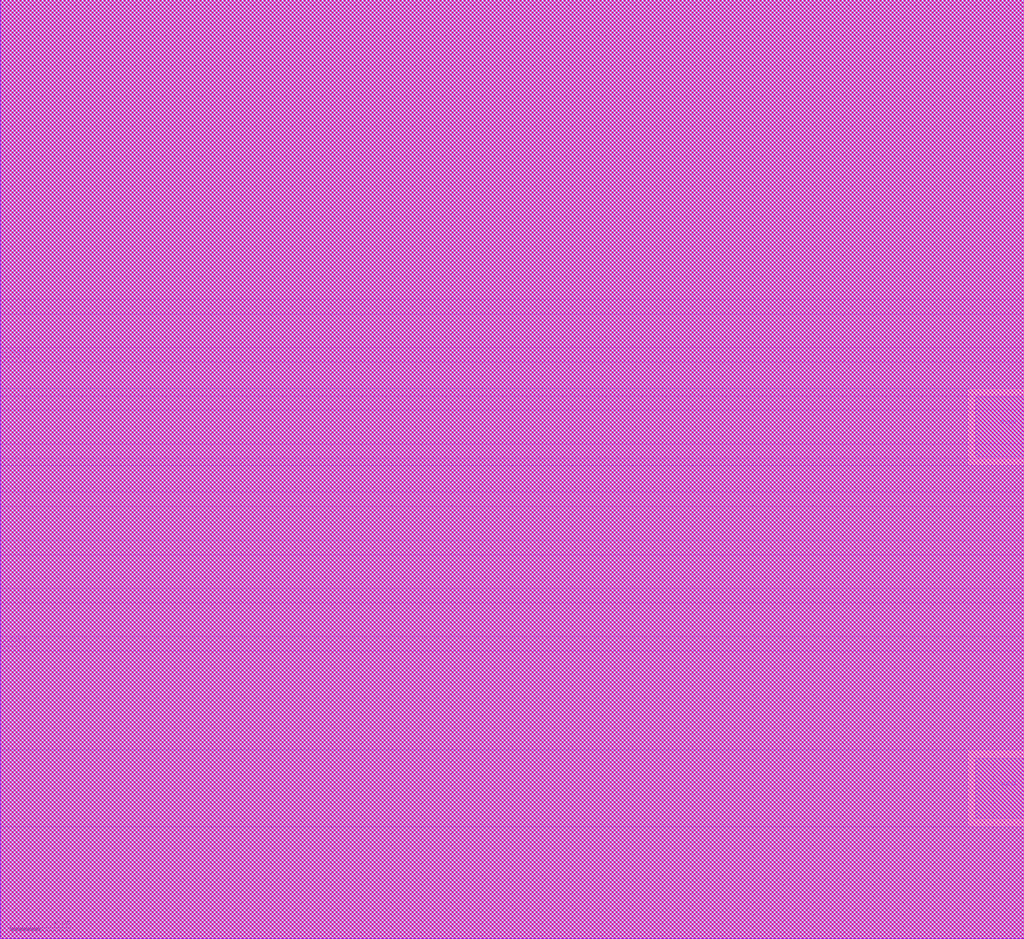
<source format=lef>
##
## LEF for PtnCells ;
## created by Innovus v20.11-s130_1 on Sun Dec 19 10:57:57 2021
##

VERSION 5.8 ;

BUSBITCHARS "[]" ;
DIVIDERCHAR "/" ;

MACRO vcobasic
  CLASS BLOCK ;
  SIZE 34.000000 BY 31.200000 ;
  FOREIGN vco 0.000000 0.000000 ;
  ORIGIN 0 0 ;
  SYMMETRY X Y R90 ;
  PIN clk
    DIRECTION OUTPUT ;
    USE CLOCK ;
    PORT
      LAYER metal1 ;
        RECT 0.000000 9.720000 0.640000 9.880000 ;
    END
  END clk
  PIN vctrl
    DIRECTION INPUT ;
    PORT
      LAYER metal1 ;
        RECT 0.000000 19.320000 0.640000 19.480000 ;
    END
  END vctrl
  PIN avdd
    DIRECTION INOUT ;
#    USE POWER ;
    PORT
      LAYER metal3 ;
        RECT 32.400000 16.000000 34.000000 18.000000 ;
    END
  END avdd
  PIN agnd
    DIRECTION INOUT ;
    USE GROUND ;
    PORT
      LAYER metal3 ;
        RECT 32.400000 4.000000 34.000000 6.000000 ;
    END
  END agnd
 OBS
    LAYER metal1 ;
      RECT 0.000000 21.240000 34.000000 31.200000 ;
      RECT 0.830000 20.760000 34.000000 21.240000 ;
      RECT 0.000000 19.640000 34.000000 20.760000 ;
      RECT 0.830000 19.160000 34.000000 19.640000 ;
      RECT 0.000000 18.040000 34.000000 19.160000 ;
      RECT 0.830000 17.560000 34.000000 18.040000 ;
      RECT 0.000000 16.440000 34.000000 17.560000 ;
      RECT 0.830000 15.960000 34.000000 16.440000 ;
      RECT 0.000000 14.840000 34.000000 15.960000 ;
      RECT 0.830000 14.360000 34.000000 14.840000 ;
      RECT 0.000000 13.240000 34.000000 14.360000 ;
      RECT 0.830000 12.760000 34.000000 13.240000 ;
      RECT 0.000000 11.640000 34.000000 12.760000 ;
      RECT 0.830000 11.160000 34.000000 11.640000 ;
      RECT 0.000000 10.040000 34.000000 11.160000 ;
      RECT 0.830000 9.560000 34.000000 10.040000 ;
      RECT 0.000000 0.000000 34.000000 9.560000 ;
    LAYER metal2 ;
      RECT 0.000000 0.000000 34.000000 31.200000 ;
    LAYER metal3 ;
     RECT 0.000000 18.280000 34.000000 31.200000 ;
     RECT 0.000000 15.720000 32.120000 18.280000 ;
     RECT 0.000000 6.280000 34.000000 15.720000 ;
     RECT 0.000000 3.720000 32.120000 6.280000 ;
     RECT 0.000000 0.000000 34.000000 3.720000 ;
   LAYER metal4 ;
     RECT 0.000000 0.000000 34.000000 31.200000 ;
   LAYER metal5 ;
     RECT 0.000000 0.000000 34.000000 31.200000 ;
   LAYER metal6 ;
     RECT 0.000000 0.000000 34.000000 31.200000 ;
   LAYER metal7 ;
     RECT 0.000000 0.000000 34.000000 31.200000 ;
   LAYER metal8 ;
     RECT 0.000000 0.000000 34.000000 31.200000 ;
 END

END vcobasic

END LIBRARY

</source>
